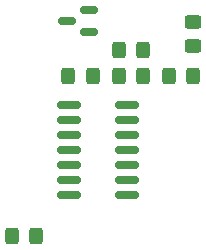
<source format=gbr>
G04 #@! TF.GenerationSoftware,KiCad,Pcbnew,(6.0.8)*
G04 #@! TF.CreationDate,2022-10-25T11:31:58-07:00*
G04 #@! TF.ProjectId,SAMD10_demo_in_progress,53414d44-3130-45f6-9465-6d6f5f696e5f,rev?*
G04 #@! TF.SameCoordinates,Original*
G04 #@! TF.FileFunction,Paste,Top*
G04 #@! TF.FilePolarity,Positive*
%FSLAX46Y46*%
G04 Gerber Fmt 4.6, Leading zero omitted, Abs format (unit mm)*
G04 Created by KiCad (PCBNEW (6.0.8)) date 2022-10-25 11:31:58*
%MOMM*%
%LPD*%
G01*
G04 APERTURE LIST*
G04 Aperture macros list*
%AMRoundRect*
0 Rectangle with rounded corners*
0 $1 Rounding radius*
0 $2 $3 $4 $5 $6 $7 $8 $9 X,Y pos of 4 corners*
0 Add a 4 corners polygon primitive as box body*
4,1,4,$2,$3,$4,$5,$6,$7,$8,$9,$2,$3,0*
0 Add four circle primitives for the rounded corners*
1,1,$1+$1,$2,$3*
1,1,$1+$1,$4,$5*
1,1,$1+$1,$6,$7*
1,1,$1+$1,$8,$9*
0 Add four rect primitives between the rounded corners*
20,1,$1+$1,$2,$3,$4,$5,0*
20,1,$1+$1,$4,$5,$6,$7,0*
20,1,$1+$1,$6,$7,$8,$9,0*
20,1,$1+$1,$8,$9,$2,$3,0*%
G04 Aperture macros list end*
%ADD10RoundRect,0.250000X0.325000X0.450000X-0.325000X0.450000X-0.325000X-0.450000X0.325000X-0.450000X0*%
%ADD11RoundRect,0.250000X-0.325000X-0.450000X0.325000X-0.450000X0.325000X0.450000X-0.325000X0.450000X0*%
%ADD12RoundRect,0.250000X-0.450000X0.325000X-0.450000X-0.325000X0.450000X-0.325000X0.450000X0.325000X0*%
%ADD13RoundRect,0.150000X-0.825000X-0.150000X0.825000X-0.150000X0.825000X0.150000X-0.825000X0.150000X0*%
%ADD14RoundRect,0.150000X0.587500X0.150000X-0.587500X0.150000X-0.587500X-0.150000X0.587500X-0.150000X0*%
G04 APERTURE END LIST*
D10*
X81475000Y-75500000D03*
X79425000Y-75500000D03*
D11*
X75175000Y-75500000D03*
X77225000Y-75500000D03*
D10*
X81475000Y-73250000D03*
X79425000Y-73250000D03*
X85725000Y-75500000D03*
X83675000Y-75500000D03*
D12*
X85700000Y-70900000D03*
X85700000Y-72950000D03*
D11*
X70375000Y-89000000D03*
X72425000Y-89000000D03*
D13*
X75225000Y-77940000D03*
X75225000Y-79210000D03*
X75225000Y-80480000D03*
X75225000Y-81750000D03*
X75225000Y-83020000D03*
X75225000Y-84290000D03*
X75225000Y-85560000D03*
X80175000Y-85560000D03*
X80175000Y-84290000D03*
X80175000Y-83020000D03*
X80175000Y-81750000D03*
X80175000Y-80480000D03*
X80175000Y-79210000D03*
X80175000Y-77940000D03*
D14*
X76937500Y-71750000D03*
X76937500Y-69850000D03*
X75062500Y-70800000D03*
M02*

</source>
